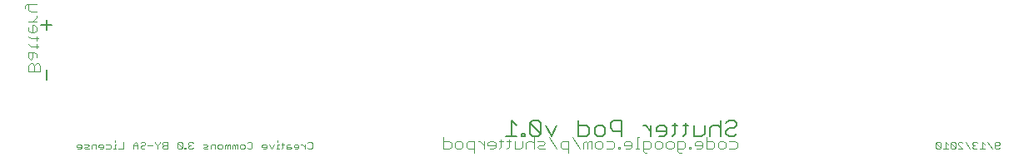
<source format=gbo>
G75*
G70*
%OFA0B0*%
%FSLAX24Y24*%
%IPPOS*%
%LPD*%
%AMOC8*
5,1,8,0,0,1.08239X$1,22.5*
%
%ADD10C,0.0060*%
%ADD11C,0.0030*%
%ADD12C,0.0040*%
D10*
X002532Y003961D02*
X002532Y004388D01*
X002532Y005961D02*
X002532Y006388D01*
X002745Y006175D02*
X002318Y006175D01*
X020916Y001711D02*
X021343Y001711D01*
X021129Y001711D02*
X021129Y002352D01*
X021343Y002138D01*
X021558Y001818D02*
X021558Y001711D01*
X021665Y001711D01*
X021665Y001818D01*
X021558Y001818D01*
X021883Y001818D02*
X021989Y001711D01*
X022203Y001711D01*
X022310Y001818D01*
X021883Y002245D01*
X021883Y001818D01*
X022310Y001818D02*
X022310Y002245D01*
X022203Y002352D01*
X021989Y002352D01*
X021883Y002245D01*
X022527Y002138D02*
X022741Y001711D01*
X022954Y002138D01*
X023816Y002138D02*
X024137Y002138D01*
X024243Y002032D01*
X024243Y001818D01*
X024137Y001711D01*
X023816Y001711D01*
X023816Y002352D01*
X024461Y002032D02*
X024568Y002138D01*
X024781Y002138D01*
X024888Y002032D01*
X024888Y001818D01*
X024781Y001711D01*
X024568Y001711D01*
X024461Y001818D01*
X024461Y002032D01*
X025105Y002032D02*
X025105Y002245D01*
X025212Y002352D01*
X025532Y002352D01*
X025532Y001711D01*
X025532Y001925D02*
X025212Y001925D01*
X025105Y002032D01*
X026394Y002138D02*
X026500Y002138D01*
X026714Y001925D01*
X026714Y002138D02*
X026714Y001711D01*
X026931Y001925D02*
X027358Y001925D01*
X027358Y001818D02*
X027358Y002032D01*
X027252Y002138D01*
X027038Y002138D01*
X026931Y002032D01*
X026931Y001925D01*
X027038Y001711D02*
X027252Y001711D01*
X027358Y001818D01*
X027575Y001711D02*
X027681Y001818D01*
X027681Y002245D01*
X027575Y002138D02*
X027788Y002138D01*
X028004Y002138D02*
X028218Y002138D01*
X028111Y002245D02*
X028111Y001818D01*
X028004Y001711D01*
X028435Y001711D02*
X028435Y002138D01*
X028862Y002138D02*
X028862Y001818D01*
X028756Y001711D01*
X028435Y001711D01*
X029080Y001711D02*
X029080Y002032D01*
X029187Y002138D01*
X029400Y002138D01*
X029507Y002032D01*
X029724Y001925D02*
X029724Y001818D01*
X029831Y001711D01*
X030045Y001711D01*
X030151Y001818D01*
X030045Y002032D02*
X029831Y002032D01*
X029724Y001925D01*
X029507Y001711D02*
X029507Y002352D01*
X029724Y002245D02*
X029831Y002352D01*
X030045Y002352D01*
X030151Y002245D01*
X030151Y002138D01*
X030045Y002032D01*
D11*
X003741Y001342D02*
X003741Y001293D01*
X003934Y001293D01*
X003934Y001245D02*
X003934Y001342D01*
X003886Y001390D01*
X003789Y001390D01*
X003741Y001342D01*
X003789Y001196D02*
X003886Y001196D01*
X003934Y001245D01*
X004035Y001245D02*
X004084Y001293D01*
X004181Y001293D01*
X004229Y001342D01*
X004181Y001390D01*
X004035Y001390D01*
X004035Y001245D02*
X004084Y001196D01*
X004229Y001196D01*
X004330Y001196D02*
X004330Y001342D01*
X004378Y001390D01*
X004524Y001390D01*
X004524Y001196D01*
X004625Y001293D02*
X004625Y001342D01*
X004673Y001390D01*
X004770Y001390D01*
X004818Y001342D01*
X004818Y001245D01*
X004770Y001196D01*
X004673Y001196D01*
X004625Y001293D02*
X004818Y001293D01*
X004919Y001196D02*
X005064Y001196D01*
X005113Y001245D01*
X005113Y001342D01*
X005064Y001390D01*
X004919Y001390D01*
X005261Y001390D02*
X005261Y001196D01*
X005309Y001196D02*
X005213Y001196D01*
X005410Y001196D02*
X005604Y001196D01*
X005604Y001487D01*
X005309Y001390D02*
X005261Y001390D01*
X005261Y001487D02*
X005261Y001535D01*
X006000Y001390D02*
X006000Y001196D01*
X006000Y001342D02*
X006193Y001342D01*
X006193Y001390D02*
X006096Y001487D01*
X006000Y001390D01*
X006193Y001390D02*
X006193Y001196D01*
X006294Y001245D02*
X006343Y001196D01*
X006439Y001196D01*
X006488Y001245D01*
X006439Y001342D02*
X006343Y001342D01*
X006294Y001293D01*
X006294Y001245D01*
X006439Y001342D02*
X006488Y001390D01*
X006488Y001438D01*
X006439Y001487D01*
X006343Y001487D01*
X006294Y001438D01*
X006589Y001342D02*
X006782Y001342D01*
X006884Y001438D02*
X006884Y001487D01*
X006884Y001438D02*
X006980Y001342D01*
X006980Y001196D01*
X006980Y001342D02*
X007077Y001438D01*
X007077Y001487D01*
X007178Y001438D02*
X007178Y001390D01*
X007227Y001342D01*
X007372Y001342D01*
X007372Y001487D02*
X007372Y001196D01*
X007227Y001196D01*
X007178Y001245D01*
X007178Y001293D01*
X007227Y001342D01*
X007178Y001438D02*
X007227Y001487D01*
X007372Y001487D01*
X007768Y001438D02*
X007961Y001245D01*
X007913Y001196D01*
X007816Y001196D01*
X007768Y001245D01*
X007768Y001438D01*
X007816Y001487D01*
X007913Y001487D01*
X007961Y001438D01*
X007961Y001245D01*
X008060Y001245D02*
X008060Y001196D01*
X008108Y001196D01*
X008108Y001245D01*
X008060Y001245D01*
X008210Y001245D02*
X008258Y001196D01*
X008355Y001196D01*
X008403Y001245D01*
X008306Y001342D02*
X008258Y001342D01*
X008210Y001293D01*
X008210Y001245D01*
X008258Y001342D02*
X008210Y001390D01*
X008210Y001438D01*
X008258Y001487D01*
X008355Y001487D01*
X008403Y001438D01*
X008799Y001390D02*
X008944Y001390D01*
X008992Y001342D01*
X008944Y001293D01*
X008847Y001293D01*
X008799Y001245D01*
X008847Y001196D01*
X008992Y001196D01*
X009094Y001196D02*
X009094Y001342D01*
X009142Y001390D01*
X009287Y001390D01*
X009287Y001196D01*
X009388Y001245D02*
X009388Y001342D01*
X009436Y001390D01*
X009533Y001390D01*
X009582Y001342D01*
X009582Y001245D01*
X009533Y001196D01*
X009436Y001196D01*
X009388Y001245D01*
X009683Y001196D02*
X009683Y001342D01*
X009731Y001390D01*
X009780Y001342D01*
X009780Y001196D01*
X009876Y001196D02*
X009876Y001390D01*
X009828Y001390D01*
X009780Y001342D01*
X009977Y001342D02*
X009977Y001196D01*
X010074Y001196D02*
X010074Y001342D01*
X010026Y001390D01*
X009977Y001342D01*
X010074Y001342D02*
X010123Y001390D01*
X010171Y001390D01*
X010171Y001196D01*
X010272Y001245D02*
X010272Y001342D01*
X010320Y001390D01*
X010417Y001390D01*
X010466Y001342D01*
X010466Y001245D01*
X010417Y001196D01*
X010320Y001196D01*
X010272Y001245D01*
X010567Y001245D02*
X010615Y001196D01*
X010712Y001196D01*
X010760Y001245D01*
X010760Y001438D01*
X010712Y001487D01*
X010615Y001487D01*
X010567Y001438D01*
X011156Y001342D02*
X011156Y001293D01*
X011349Y001293D01*
X011349Y001245D02*
X011349Y001342D01*
X011301Y001390D01*
X011204Y001390D01*
X011156Y001342D01*
X011204Y001196D02*
X011301Y001196D01*
X011349Y001245D01*
X011451Y001390D02*
X011547Y001196D01*
X011644Y001390D01*
X011792Y001390D02*
X011792Y001196D01*
X011744Y001196D02*
X011841Y001196D01*
X011940Y001196D02*
X011989Y001245D01*
X011989Y001438D01*
X012037Y001390D02*
X011940Y001390D01*
X011841Y001390D02*
X011792Y001390D01*
X011792Y001487D02*
X011792Y001535D01*
X012138Y001342D02*
X012138Y001196D01*
X012283Y001196D01*
X012332Y001245D01*
X012283Y001293D01*
X012138Y001293D01*
X012138Y001342D02*
X012186Y001390D01*
X012283Y001390D01*
X012433Y001342D02*
X012433Y001293D01*
X012626Y001293D01*
X012626Y001245D02*
X012626Y001342D01*
X012578Y001390D01*
X012481Y001390D01*
X012433Y001342D01*
X012481Y001196D02*
X012578Y001196D01*
X012626Y001245D01*
X012727Y001390D02*
X012775Y001390D01*
X012872Y001293D01*
X012872Y001196D02*
X012872Y001390D01*
X012973Y001438D02*
X013021Y001487D01*
X013118Y001487D01*
X013166Y001438D01*
X013166Y001245D01*
X013118Y001196D01*
X013021Y001196D01*
X012973Y001245D01*
X038116Y001245D02*
X038164Y001196D01*
X038261Y001196D01*
X038309Y001245D01*
X038116Y001438D01*
X038116Y001245D01*
X038309Y001245D02*
X038309Y001438D01*
X038261Y001487D01*
X038164Y001487D01*
X038116Y001438D01*
X038410Y001196D02*
X038604Y001196D01*
X038507Y001196D02*
X038507Y001487D01*
X038604Y001390D01*
X038705Y001438D02*
X038899Y001245D01*
X038850Y001196D01*
X038753Y001196D01*
X038705Y001245D01*
X038705Y001438D01*
X038753Y001487D01*
X038850Y001487D01*
X038899Y001438D01*
X038899Y001245D01*
X039000Y001196D02*
X039193Y001196D01*
X039000Y001390D01*
X039000Y001438D01*
X039048Y001487D01*
X039145Y001487D01*
X039193Y001438D01*
X039294Y001487D02*
X039488Y001196D01*
X039589Y001245D02*
X039637Y001196D01*
X039734Y001196D01*
X039782Y001245D01*
X039884Y001196D02*
X040077Y001196D01*
X039980Y001196D02*
X039980Y001487D01*
X040077Y001390D01*
X040178Y001487D02*
X040372Y001196D01*
X040473Y001245D02*
X040473Y001438D01*
X040521Y001487D01*
X040618Y001487D01*
X040666Y001438D01*
X040666Y001390D01*
X040618Y001342D01*
X040473Y001342D01*
X040473Y001245D02*
X040521Y001196D01*
X040618Y001196D01*
X040666Y001245D01*
X039782Y001438D02*
X039734Y001487D01*
X039637Y001487D01*
X039589Y001438D01*
X039589Y001390D01*
X039637Y001342D01*
X039589Y001293D01*
X039589Y001245D01*
X039637Y001342D02*
X039686Y001342D01*
D12*
X030161Y001278D02*
X030085Y001201D01*
X029855Y001201D01*
X029701Y001278D02*
X029701Y001432D01*
X029624Y001508D01*
X029471Y001508D01*
X029394Y001432D01*
X029394Y001278D01*
X029471Y001201D01*
X029624Y001201D01*
X029701Y001278D01*
X029241Y001278D02*
X029241Y001432D01*
X029164Y001508D01*
X028934Y001508D01*
X028934Y001662D02*
X028934Y001201D01*
X029164Y001201D01*
X029241Y001278D01*
X028780Y001278D02*
X028780Y001432D01*
X028704Y001508D01*
X028550Y001508D01*
X028473Y001432D01*
X028473Y001355D01*
X028780Y001355D01*
X028780Y001278D02*
X028704Y001201D01*
X028550Y001201D01*
X028320Y001201D02*
X028243Y001201D01*
X028243Y001278D01*
X028320Y001278D01*
X028320Y001201D01*
X028090Y001278D02*
X028013Y001201D01*
X027783Y001201D01*
X027783Y001125D02*
X027783Y001508D01*
X028013Y001508D01*
X028090Y001432D01*
X028090Y001278D01*
X027936Y001048D02*
X027860Y001048D01*
X027783Y001125D01*
X027629Y001278D02*
X027553Y001201D01*
X027399Y001201D01*
X027323Y001278D01*
X027323Y001432D01*
X027399Y001508D01*
X027553Y001508D01*
X027629Y001432D01*
X027629Y001278D01*
X027169Y001278D02*
X027169Y001432D01*
X027092Y001508D01*
X026939Y001508D01*
X026862Y001432D01*
X026862Y001278D01*
X026939Y001201D01*
X027092Y001201D01*
X027169Y001278D01*
X026709Y001278D02*
X026709Y001432D01*
X026632Y001508D01*
X026402Y001508D01*
X026402Y001125D01*
X026479Y001048D01*
X026555Y001048D01*
X026632Y001201D02*
X026402Y001201D01*
X026248Y001201D02*
X026095Y001201D01*
X026172Y001201D02*
X026172Y001662D01*
X026248Y001662D01*
X025942Y001432D02*
X025865Y001508D01*
X025711Y001508D01*
X025635Y001432D01*
X025635Y001355D01*
X025942Y001355D01*
X025942Y001278D02*
X025942Y001432D01*
X025942Y001278D02*
X025865Y001201D01*
X025711Y001201D01*
X025481Y001201D02*
X025404Y001201D01*
X025404Y001278D01*
X025481Y001278D01*
X025481Y001201D01*
X025251Y001278D02*
X025174Y001201D01*
X024944Y001201D01*
X024791Y001278D02*
X024714Y001201D01*
X024561Y001201D01*
X024484Y001278D01*
X024484Y001432D01*
X024561Y001508D01*
X024714Y001508D01*
X024791Y001432D01*
X024791Y001278D01*
X025174Y001508D02*
X025251Y001432D01*
X025251Y001278D01*
X025174Y001508D02*
X024944Y001508D01*
X024330Y001508D02*
X024254Y001508D01*
X024177Y001432D01*
X024100Y001508D01*
X024023Y001432D01*
X024023Y001201D01*
X023870Y001201D02*
X023563Y001662D01*
X023410Y001508D02*
X023179Y001508D01*
X023103Y001432D01*
X023103Y001278D01*
X023179Y001201D01*
X023410Y001201D01*
X023410Y001048D02*
X023410Y001508D01*
X022949Y001201D02*
X022642Y001662D01*
X022412Y001508D02*
X022182Y001508D01*
X022259Y001355D02*
X022412Y001355D01*
X022489Y001432D01*
X022412Y001508D01*
X022259Y001355D02*
X022182Y001278D01*
X022259Y001201D01*
X022489Y001201D01*
X022029Y001201D02*
X022029Y001662D01*
X021952Y001508D02*
X021798Y001508D01*
X021722Y001432D01*
X021722Y001201D01*
X021568Y001278D02*
X021491Y001201D01*
X021261Y001201D01*
X021261Y001508D01*
X021108Y001508D02*
X020954Y001508D01*
X021031Y001585D02*
X021031Y001278D01*
X020954Y001201D01*
X020724Y001278D02*
X020648Y001201D01*
X020724Y001278D02*
X020724Y001585D01*
X020801Y001508D02*
X020648Y001508D01*
X020494Y001432D02*
X020417Y001508D01*
X020264Y001508D01*
X020187Y001432D01*
X020187Y001355D01*
X020494Y001355D01*
X020494Y001278D02*
X020494Y001432D01*
X020494Y001278D02*
X020417Y001201D01*
X020264Y001201D01*
X020034Y001201D02*
X020034Y001508D01*
X020034Y001355D02*
X019880Y001508D01*
X019804Y001508D01*
X019650Y001508D02*
X019420Y001508D01*
X019343Y001432D01*
X019343Y001278D01*
X019420Y001201D01*
X019650Y001201D01*
X019650Y001048D02*
X019650Y001508D01*
X019190Y001432D02*
X019190Y001278D01*
X019113Y001201D01*
X018960Y001201D01*
X018883Y001278D01*
X018883Y001432D01*
X018960Y001508D01*
X019113Y001508D01*
X019190Y001432D01*
X018729Y001432D02*
X018729Y001278D01*
X018653Y001201D01*
X018422Y001201D01*
X018422Y001662D01*
X018422Y001508D02*
X018653Y001508D01*
X018729Y001432D01*
X021568Y001508D02*
X021568Y001278D01*
X021952Y001508D02*
X022029Y001432D01*
X024177Y001432D02*
X024177Y001201D01*
X024330Y001201D02*
X024330Y001508D01*
X026632Y001201D02*
X026709Y001278D01*
X029855Y001508D02*
X030085Y001508D01*
X030161Y001432D01*
X030161Y001278D01*
X002287Y004326D02*
X002287Y004557D01*
X002210Y004633D01*
X002133Y004633D01*
X002057Y004557D01*
X002057Y004326D01*
X002287Y004326D02*
X001826Y004326D01*
X001826Y004557D01*
X001903Y004633D01*
X001980Y004633D01*
X002057Y004557D01*
X001903Y004787D02*
X001980Y004863D01*
X001980Y005094D01*
X002057Y005094D02*
X001826Y005094D01*
X001826Y004863D01*
X001903Y004787D01*
X002133Y004863D02*
X002133Y005017D01*
X002057Y005094D01*
X002133Y005247D02*
X002133Y005401D01*
X002210Y005324D02*
X001903Y005324D01*
X001826Y005401D01*
X001903Y005631D02*
X001826Y005707D01*
X001903Y005631D02*
X002210Y005631D01*
X002133Y005554D02*
X002133Y005707D01*
X002057Y005861D02*
X002133Y005938D01*
X002133Y006091D01*
X002057Y006168D01*
X001980Y006168D01*
X001980Y005861D01*
X001903Y005861D02*
X002057Y005861D01*
X001903Y005861D02*
X001826Y005938D01*
X001826Y006091D01*
X001826Y006321D02*
X002133Y006321D01*
X001980Y006321D02*
X002133Y006475D01*
X002133Y006551D01*
X002133Y006705D02*
X001903Y006705D01*
X001826Y006782D01*
X001826Y007012D01*
X001750Y007012D02*
X001673Y006935D01*
X001673Y006858D01*
X001750Y007012D02*
X002133Y007012D01*
M02*

</source>
